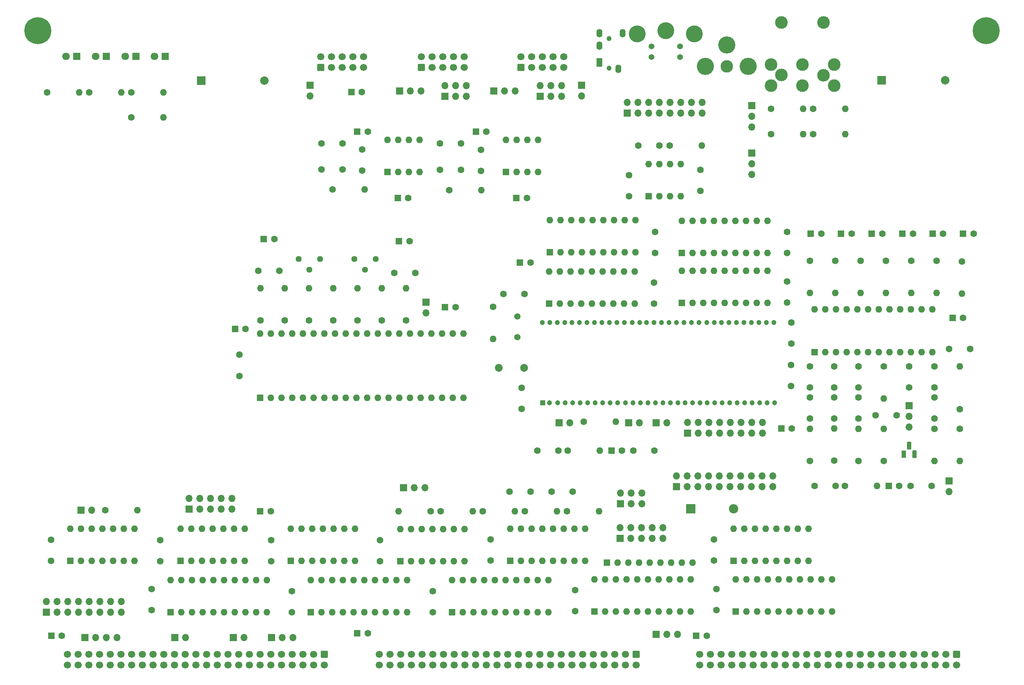
<source format=gbr>
%TF.GenerationSoftware,KiCad,Pcbnew,(6.0.11)*%
%TF.CreationDate,2024-04-17T16:28:09-04:00*%
%TF.ProjectId,input-output.Media,696e7075-742d-46f7-9574-7075742e4d65,rev?*%
%TF.SameCoordinates,Original*%
%TF.FileFunction,Soldermask,Bot*%
%TF.FilePolarity,Negative*%
%FSLAX46Y46*%
G04 Gerber Fmt 4.6, Leading zero omitted, Abs format (unit mm)*
G04 Created by KiCad (PCBNEW (6.0.11)) date 2024-04-17 16:28:09*
%MOMM*%
%LPD*%
G01*
G04 APERTURE LIST*
G04 Aperture macros list*
%AMRoundRect*
0 Rectangle with rounded corners*
0 $1 Rounding radius*
0 $2 $3 $4 $5 $6 $7 $8 $9 X,Y pos of 4 corners*
0 Add a 4 corners polygon primitive as box body*
4,1,4,$2,$3,$4,$5,$6,$7,$8,$9,$2,$3,0*
0 Add four circle primitives for the rounded corners*
1,1,$1+$1,$2,$3*
1,1,$1+$1,$4,$5*
1,1,$1+$1,$6,$7*
1,1,$1+$1,$8,$9*
0 Add four rect primitives between the rounded corners*
20,1,$1+$1,$2,$3,$4,$5,0*
20,1,$1+$1,$4,$5,$6,$7,0*
20,1,$1+$1,$6,$7,$8,$9,0*
20,1,$1+$1,$8,$9,$2,$3,0*%
G04 Aperture macros list end*
%ADD10C,6.400000*%
%ADD11RoundRect,0.250000X-0.600000X0.600000X-0.600000X-0.600000X0.600000X-0.600000X0.600000X0.600000X0*%
%ADD12C,1.700000*%
%ADD13R,1.100000X1.800000*%
%ADD14RoundRect,0.275000X-0.275000X-0.625000X0.275000X-0.625000X0.275000X0.625000X-0.275000X0.625000X0*%
%ADD15C,1.200000*%
%ADD16O,1.400000X2.000000*%
%ADD17R,1.400000X2.000000*%
%ADD18R,1.600000X1.600000*%
%ADD19C,1.600000*%
%ADD20R,1.700000X1.700000*%
%ADD21O,1.700000X1.700000*%
%ADD22O,1.600000X1.600000*%
%ADD23R,2.000000X2.000000*%
%ADD24C,2.000000*%
%ADD25R,1.800000X1.800000*%
%ADD26C,1.800000*%
%ADD27C,1.371600*%
%ADD28C,4.000500*%
%ADD29C,1.500000*%
%ADD30RoundRect,0.250000X0.600000X-0.600000X0.600000X0.600000X-0.600000X0.600000X-0.600000X-0.600000X0*%
%ADD31C,1.854200*%
%ADD32R,1.173480X1.173480*%
%ADD33C,1.198880*%
%ADD34C,1.440000*%
%ADD35C,3.000000*%
%ADD36C,2.971800*%
%ADD37C,4.064000*%
%ADD38R,2.200000X2.200000*%
%ADD39O,2.200000X2.200000*%
G04 APERTURE END LIST*
D10*
%TO.C,H2*%
X265000000Y-75000000D03*
%TD*%
%TO.C,H1*%
X40000000Y-75000000D03*
%TD*%
D11*
%TO.C,P2*%
X182000000Y-223000000D03*
D12*
X182000000Y-225540000D03*
X179460000Y-223000000D03*
X179460000Y-225540000D03*
X176920000Y-223000000D03*
X176920000Y-225540000D03*
X174380000Y-223000000D03*
X174380000Y-225540000D03*
X171840000Y-223000000D03*
X171840000Y-225540000D03*
X169300000Y-223000000D03*
X169300000Y-225540000D03*
X166760000Y-223000000D03*
X166760000Y-225540000D03*
X164220000Y-223000000D03*
X164220000Y-225540000D03*
X161680000Y-223000000D03*
X161680000Y-225540000D03*
X159140000Y-223000000D03*
X159140000Y-225540000D03*
X156600000Y-223000000D03*
X156600000Y-225540000D03*
X154060000Y-223000000D03*
X154060000Y-225540000D03*
X151520000Y-223000000D03*
X151520000Y-225540000D03*
X148980000Y-223000000D03*
X148980000Y-225540000D03*
X146440000Y-223000000D03*
X146440000Y-225540000D03*
X143900000Y-223000000D03*
X143900000Y-225540000D03*
X141360000Y-223000000D03*
X141360000Y-225540000D03*
X138820000Y-223000000D03*
X138820000Y-225540000D03*
X136280000Y-223000000D03*
X136280000Y-225540000D03*
X133740000Y-223000000D03*
X133740000Y-225540000D03*
X131200000Y-223000000D03*
X131200000Y-225540000D03*
X128660000Y-223000000D03*
X128660000Y-225540000D03*
X126120000Y-223000000D03*
X126120000Y-225540000D03*
X123580000Y-223000000D03*
X123580000Y-225540000D03*
X121040000Y-223000000D03*
X121040000Y-225540000D03*
%TD*%
D11*
%TO.C,P3*%
X258000000Y-223000000D03*
D12*
X258000000Y-225540000D03*
X255460000Y-223000000D03*
X255460000Y-225540000D03*
X252920000Y-223000000D03*
X252920000Y-225540000D03*
X250380000Y-223000000D03*
X250380000Y-225540000D03*
X247840000Y-223000000D03*
X247840000Y-225540000D03*
X245300000Y-223000000D03*
X245300000Y-225540000D03*
X242760000Y-223000000D03*
X242760000Y-225540000D03*
X240220000Y-223000000D03*
X240220000Y-225540000D03*
X237680000Y-223000000D03*
X237680000Y-225540000D03*
X235140000Y-223000000D03*
X235140000Y-225540000D03*
X232600000Y-223000000D03*
X232600000Y-225540000D03*
X230060000Y-223000000D03*
X230060000Y-225540000D03*
X227520000Y-223000000D03*
X227520000Y-225540000D03*
X224980000Y-223000000D03*
X224980000Y-225540000D03*
X222440000Y-223000000D03*
X222440000Y-225540000D03*
X219900000Y-223000000D03*
X219900000Y-225540000D03*
X217360000Y-223000000D03*
X217360000Y-225540000D03*
X214820000Y-223000000D03*
X214820000Y-225540000D03*
X212280000Y-223000000D03*
X212280000Y-225540000D03*
X209740000Y-223000000D03*
X209740000Y-225540000D03*
X207200000Y-223000000D03*
X207200000Y-225540000D03*
X204660000Y-223000000D03*
X204660000Y-225540000D03*
X202120000Y-223000000D03*
X202120000Y-225540000D03*
X199580000Y-223000000D03*
X199580000Y-225540000D03*
X197040000Y-223000000D03*
X197040000Y-225540000D03*
%TD*%
D11*
%TO.C,P1*%
X108000000Y-223000000D03*
D12*
X108000000Y-225540000D03*
X105460000Y-223000000D03*
X105460000Y-225540000D03*
X102920000Y-223000000D03*
X102920000Y-225540000D03*
X100380000Y-223000000D03*
X100380000Y-225540000D03*
X97840000Y-223000000D03*
X97840000Y-225540000D03*
X95300000Y-223000000D03*
X95300000Y-225540000D03*
X92760000Y-223000000D03*
X92760000Y-225540000D03*
X90220000Y-223000000D03*
X90220000Y-225540000D03*
X87680000Y-223000000D03*
X87680000Y-225540000D03*
X85140000Y-223000000D03*
X85140000Y-225540000D03*
X82600000Y-223000000D03*
X82600000Y-225540000D03*
X80060000Y-223000000D03*
X80060000Y-225540000D03*
X77520000Y-223000000D03*
X77520000Y-225540000D03*
X74980000Y-223000000D03*
X74980000Y-225540000D03*
X72440000Y-223000000D03*
X72440000Y-225540000D03*
X69900000Y-223000000D03*
X69900000Y-225540000D03*
X67360000Y-223000000D03*
X67360000Y-225540000D03*
X64820000Y-223000000D03*
X64820000Y-225540000D03*
X62280000Y-223000000D03*
X62280000Y-225540000D03*
X59740000Y-223000000D03*
X59740000Y-225540000D03*
X57200000Y-223000000D03*
X57200000Y-225540000D03*
X54660000Y-223000000D03*
X54660000Y-225540000D03*
X52120000Y-223000000D03*
X52120000Y-225540000D03*
X49580000Y-223000000D03*
X49580000Y-225540000D03*
X47040000Y-223000000D03*
X47040000Y-225540000D03*
%TD*%
D13*
%TO.C,Q1*%
X245480000Y-175510000D03*
D14*
X246750000Y-173440000D03*
X248020000Y-175510000D03*
%TD*%
D15*
%TO.C,J12*%
X175517500Y-76845000D03*
D16*
X178717500Y-75545000D03*
D15*
X175517500Y-83845000D03*
D16*
X173217500Y-78545000D03*
X173217500Y-75545000D03*
X177717500Y-84045000D03*
D17*
X173217500Y-82545000D03*
%TD*%
D18*
%TO.C,C60*%
X252317600Y-123170000D03*
D19*
X254817600Y-123170000D03*
%TD*%
%TO.C,C34*%
X145110000Y-108230000D03*
X145110000Y-103230000D03*
%TD*%
%TO.C,C43*%
X223250000Y-159670000D03*
X223250000Y-154670000D03*
%TD*%
D20*
%TO.C,SW1*%
X178125000Y-195475000D03*
D21*
X178125000Y-192935000D03*
X180665000Y-195475000D03*
X180665000Y-192935000D03*
X183205000Y-195475000D03*
X183205000Y-192935000D03*
X185745000Y-195475000D03*
X185745000Y-192935000D03*
X188285000Y-195475000D03*
X188285000Y-192935000D03*
%TD*%
D18*
%TO.C,U17*%
X152125000Y-200800000D03*
D22*
X154665000Y-200800000D03*
X157205000Y-200800000D03*
X159745000Y-200800000D03*
X162285000Y-200800000D03*
X164825000Y-200800000D03*
X167365000Y-200800000D03*
X169905000Y-200800000D03*
X169905000Y-193180000D03*
X167365000Y-193180000D03*
X164825000Y-193180000D03*
X162285000Y-193180000D03*
X159745000Y-193180000D03*
X157205000Y-193180000D03*
X154665000Y-193180000D03*
X152125000Y-193180000D03*
%TD*%
D18*
%TO.C,C59*%
X245135200Y-123170000D03*
D19*
X247635200Y-123170000D03*
%TD*%
D20*
%TO.C,JP9*%
X104580000Y-87970000D03*
D21*
X104580000Y-90510000D03*
%TD*%
D19*
%TO.C,C17*%
X158500000Y-174600000D03*
X163500000Y-174600000D03*
%TD*%
%TO.C,C5*%
X180250000Y-109250000D03*
X180250000Y-114250000D03*
%TD*%
D20*
%TO.C,JP4*%
X132100000Y-139425000D03*
D21*
X132100000Y-141965000D03*
%TD*%
D18*
%TO.C,C8*%
X176100000Y-174600000D03*
D19*
X178600000Y-174600000D03*
%TD*%
%TO.C,R17*%
X247250000Y-129610000D03*
D22*
X247250000Y-137230000D03*
%TD*%
D20*
%TO.C,JP2*%
X50275000Y-188750000D03*
D21*
X52815000Y-188750000D03*
%TD*%
D19*
%TO.C,R23*%
X148000000Y-140500000D03*
D22*
X148000000Y-148120000D03*
%TD*%
D19*
%TO.C,R30*%
X109900000Y-112700000D03*
D22*
X117520000Y-112700000D03*
%TD*%
D19*
%TO.C,C85*%
X161900000Y-184400000D03*
X166900000Y-184400000D03*
%TD*%
%TO.C,R16*%
X241250000Y-129610000D03*
D22*
X241250000Y-137230000D03*
%TD*%
D19*
%TO.C,C80*%
X97350000Y-131950000D03*
X92350000Y-131950000D03*
%TD*%
D23*
%TO.C,LS1*%
X78760000Y-86800000D03*
D24*
X93760000Y-86800000D03*
%TD*%
D18*
%TO.C,C61*%
X259567600Y-123170000D03*
D19*
X262067600Y-123170000D03*
%TD*%
%TO.C,R15*%
X235250000Y-129610000D03*
D22*
X235250000Y-137230000D03*
%TD*%
D19*
%TO.C,R22*%
X189940000Y-102250000D03*
D22*
X197560000Y-102250000D03*
%TD*%
D18*
%TO.C,U1*%
X104750000Y-213000000D03*
D22*
X107290000Y-213000000D03*
X109830000Y-213000000D03*
X112370000Y-213000000D03*
X114910000Y-213000000D03*
X117450000Y-213000000D03*
X119990000Y-213000000D03*
X122530000Y-213000000D03*
X125070000Y-213000000D03*
X127610000Y-213000000D03*
X127610000Y-205380000D03*
X125070000Y-205380000D03*
X122530000Y-205380000D03*
X119990000Y-205380000D03*
X117450000Y-205380000D03*
X114910000Y-205380000D03*
X112370000Y-205380000D03*
X109830000Y-205380000D03*
X107290000Y-205380000D03*
X104750000Y-205380000D03*
%TD*%
D20*
%TO.C,JP8*%
X186725000Y-218250000D03*
D21*
X189265000Y-218250000D03*
X191805000Y-218250000D03*
%TD*%
D18*
%TO.C,U4*%
X47675000Y-200800000D03*
D22*
X50215000Y-200800000D03*
X52755000Y-200800000D03*
X55295000Y-200800000D03*
X57835000Y-200800000D03*
X60375000Y-200800000D03*
X62915000Y-200800000D03*
X62915000Y-193180000D03*
X60375000Y-193180000D03*
X57835000Y-193180000D03*
X55295000Y-193180000D03*
X52755000Y-193180000D03*
X50215000Y-193180000D03*
X47675000Y-193180000D03*
%TD*%
D19*
%TO.C,L1*%
X258750000Y-164830000D03*
D22*
X258750000Y-154670000D03*
%TD*%
D20*
%TO.C,P8*%
X75925000Y-188540000D03*
D21*
X75925000Y-186000000D03*
X78465000Y-188540000D03*
X78465000Y-186000000D03*
X81005000Y-188540000D03*
X81005000Y-186000000D03*
X83545000Y-188540000D03*
X83545000Y-186000000D03*
X86085000Y-188540000D03*
X86085000Y-186000000D03*
%TD*%
D20*
%TO.C,J8*%
X148175000Y-89290000D03*
D21*
X150715000Y-89290000D03*
X153255000Y-89290000D03*
%TD*%
D19*
%TO.C,R3*%
X213940000Y-99500000D03*
D22*
X221560000Y-99500000D03*
%TD*%
D19*
%TO.C,C66*%
X217750000Y-139500000D03*
X217750000Y-134500000D03*
%TD*%
D18*
%TO.C,U7*%
X192850000Y-139550000D03*
D22*
X195390000Y-139550000D03*
X197930000Y-139550000D03*
X200470000Y-139550000D03*
X203010000Y-139550000D03*
X205550000Y-139550000D03*
X208090000Y-139550000D03*
X210630000Y-139550000D03*
X213170000Y-139550000D03*
X213170000Y-131930000D03*
X210630000Y-131930000D03*
X208090000Y-131930000D03*
X205550000Y-131930000D03*
X203010000Y-131930000D03*
X200470000Y-131930000D03*
X197930000Y-131930000D03*
X195390000Y-131930000D03*
X192850000Y-131930000D03*
%TD*%
D20*
%TO.C,JP6*%
X180225000Y-168000000D03*
D21*
X182765000Y-168000000D03*
%TD*%
D25*
%TO.C,D1*%
X49250000Y-81100000D03*
D26*
X46710000Y-81100000D03*
%TD*%
D19*
%TO.C,R2*%
X213940000Y-93500000D03*
D22*
X221560000Y-93500000D03*
%TD*%
D19*
%TO.C,C48*%
X252100000Y-183000000D03*
X247100000Y-183000000D03*
%TD*%
%TO.C,R5*%
X223250000Y-177060000D03*
D22*
X223250000Y-169440000D03*
%TD*%
D19*
%TO.C,R39*%
X135590000Y-189000000D03*
D22*
X143210000Y-189000000D03*
%TD*%
D20*
%TO.C,P13*%
X178225000Y-187275000D03*
D21*
X178225000Y-184735000D03*
X180765000Y-187275000D03*
X180765000Y-184735000D03*
X183305000Y-187275000D03*
X183305000Y-184735000D03*
%TD*%
D18*
%TO.C,U5*%
X224275000Y-151270000D03*
D22*
X226815000Y-151270000D03*
X229355000Y-151270000D03*
X231895000Y-151270000D03*
X234435000Y-151270000D03*
X236975000Y-151270000D03*
X239515000Y-151270000D03*
X242055000Y-151270000D03*
X244595000Y-151270000D03*
X247135000Y-151270000D03*
X249675000Y-151270000D03*
X252215000Y-151270000D03*
X252215000Y-141110000D03*
X249675000Y-141110000D03*
X247135000Y-141110000D03*
X244595000Y-141110000D03*
X242055000Y-141110000D03*
X239515000Y-141110000D03*
X236975000Y-141110000D03*
X234435000Y-141110000D03*
X231895000Y-141110000D03*
X229355000Y-141110000D03*
X226815000Y-141110000D03*
X224275000Y-141110000D03*
%TD*%
D19*
%TO.C,R24*%
X55990000Y-188750000D03*
D22*
X63610000Y-188750000D03*
%TD*%
D27*
%TO.C,J14*%
X185600000Y-78750000D03*
X192400000Y-78750000D03*
X185600000Y-81250000D03*
X192400000Y-81250000D03*
D28*
X195750000Y-75750000D03*
X182250000Y-75750000D03*
X189000000Y-74950000D03*
%TD*%
D19*
%TO.C,R38*%
X110100000Y-143700000D03*
D22*
X110100000Y-136080000D03*
%TD*%
D19*
%TO.C,R41*%
X145590000Y-189000000D03*
D22*
X153210000Y-189000000D03*
%TD*%
D19*
%TO.C,C79*%
X95400000Y-195900000D03*
X95400000Y-200900000D03*
%TD*%
D18*
%TO.C,C57*%
X230612900Y-123170000D03*
D19*
X233112900Y-123170000D03*
%TD*%
%TO.C,C15*%
X67000000Y-207500000D03*
X67000000Y-212500000D03*
%TD*%
%TO.C,C30*%
X186300200Y-174600000D03*
X181300200Y-174600000D03*
%TD*%
D18*
%TO.C,U20*%
X92725000Y-162075000D03*
D22*
X95265000Y-162075000D03*
X97805000Y-162075000D03*
X100345000Y-162075000D03*
X102885000Y-162075000D03*
X105425000Y-162075000D03*
X107965000Y-162075000D03*
X110505000Y-162075000D03*
X113045000Y-162075000D03*
X115585000Y-162075000D03*
X118125000Y-162075000D03*
X120665000Y-162075000D03*
X123205000Y-162075000D03*
X125745000Y-162075000D03*
X128285000Y-162075000D03*
X130825000Y-162075000D03*
X133365000Y-162075000D03*
X135905000Y-162075000D03*
X138445000Y-162075000D03*
X140985000Y-162075000D03*
X140985000Y-146835000D03*
X138445000Y-146835000D03*
X135905000Y-146835000D03*
X133365000Y-146835000D03*
X130825000Y-146835000D03*
X128285000Y-146835000D03*
X125745000Y-146835000D03*
X123205000Y-146835000D03*
X120665000Y-146835000D03*
X118125000Y-146835000D03*
X115585000Y-146835000D03*
X113045000Y-146835000D03*
X110505000Y-146835000D03*
X107965000Y-146835000D03*
X105425000Y-146835000D03*
X102885000Y-146835000D03*
X100345000Y-146835000D03*
X97805000Y-146835000D03*
X95265000Y-146835000D03*
X92725000Y-146835000D03*
%TD*%
D20*
%TO.C,J3*%
X126775000Y-183400000D03*
D21*
X129315000Y-183400000D03*
X131855000Y-183400000D03*
%TD*%
D19*
%TO.C,C2*%
X147400000Y-195700000D03*
X147400000Y-200700000D03*
%TD*%
%TO.C,C12*%
X69065000Y-195900000D03*
X69065000Y-200900000D03*
%TD*%
D18*
%TO.C,U11*%
X161470000Y-127600000D03*
D22*
X164010000Y-127600000D03*
X166550000Y-127600000D03*
X169090000Y-127600000D03*
X171630000Y-127600000D03*
X174170000Y-127600000D03*
X176710000Y-127600000D03*
X179250000Y-127600000D03*
X181790000Y-127600000D03*
X181790000Y-119980000D03*
X179250000Y-119980000D03*
X176710000Y-119980000D03*
X174170000Y-119980000D03*
X171630000Y-119980000D03*
X169090000Y-119980000D03*
X166550000Y-119980000D03*
X164010000Y-119980000D03*
X161470000Y-119980000D03*
%TD*%
D19*
%TO.C,R40*%
X165590000Y-189000000D03*
D22*
X173210000Y-189000000D03*
%TD*%
D19*
%TO.C,C49*%
X238750000Y-166250000D03*
X243750000Y-166250000D03*
%TD*%
%TO.C,C51*%
X252750000Y-154670000D03*
X252750000Y-159670000D03*
%TD*%
D20*
%TO.C,J4*%
X209400000Y-104000000D03*
D21*
X209400000Y-106540000D03*
X209400000Y-109080000D03*
%TD*%
D18*
%TO.C,C21*%
X216400000Y-169400000D03*
D19*
X218900000Y-169400000D03*
%TD*%
D20*
%TO.C,JP13*%
X72500000Y-219000000D03*
D21*
X75040000Y-219000000D03*
%TD*%
D29*
%TO.C,X1*%
X153750000Y-147700000D03*
X153750000Y-142820000D03*
%TD*%
D19*
%TO.C,C19*%
X87794900Y-151900000D03*
X87794900Y-156900000D03*
%TD*%
D18*
%TO.C,U10*%
X192850000Y-127750000D03*
D22*
X195390000Y-127750000D03*
X197930000Y-127750000D03*
X200470000Y-127750000D03*
X203010000Y-127750000D03*
X205550000Y-127750000D03*
X208090000Y-127750000D03*
X210630000Y-127750000D03*
X213170000Y-127750000D03*
X213170000Y-120130000D03*
X210630000Y-120130000D03*
X208090000Y-120130000D03*
X205550000Y-120130000D03*
X203010000Y-120130000D03*
X200470000Y-120130000D03*
X197930000Y-120130000D03*
X195390000Y-120130000D03*
X192850000Y-120130000D03*
%TD*%
D18*
%TO.C,U8*%
X161310000Y-139770000D03*
D22*
X163850000Y-139770000D03*
X166390000Y-139770000D03*
X168930000Y-139770000D03*
X171470000Y-139770000D03*
X174010000Y-139770000D03*
X176550000Y-139770000D03*
X179090000Y-139770000D03*
X181630000Y-139770000D03*
X181630000Y-132150000D03*
X179090000Y-132150000D03*
X176550000Y-132150000D03*
X174010000Y-132150000D03*
X171470000Y-132150000D03*
X168930000Y-132150000D03*
X166390000Y-132150000D03*
X163850000Y-132150000D03*
X161310000Y-132150000D03*
%TD*%
D18*
%TO.C,C56*%
X223385200Y-123170000D03*
D19*
X225885200Y-123170000D03*
%TD*%
%TO.C,C53*%
X155500000Y-137500000D03*
X150500000Y-137500000D03*
%TD*%
D18*
%TO.C,C36*%
X143949800Y-98980000D03*
D19*
X146449800Y-98980000D03*
%TD*%
D20*
%TO.C,P4*%
X51200000Y-219000000D03*
D21*
X53740000Y-219000000D03*
X56280000Y-219000000D03*
X58820000Y-219000000D03*
%TD*%
D19*
%TO.C,R19*%
X259250000Y-129750000D03*
D22*
X259250000Y-137370000D03*
%TD*%
D20*
%TO.C,J2*%
X209400000Y-92775000D03*
D21*
X209400000Y-95315000D03*
X209400000Y-97855000D03*
%TD*%
D19*
%TO.C,R6*%
X62190000Y-89620000D03*
D22*
X69810000Y-89620000D03*
%TD*%
D19*
%TO.C,C6*%
X167500000Y-207750000D03*
X167500000Y-212750000D03*
%TD*%
D18*
%TO.C,U14*%
X205575000Y-212800000D03*
D22*
X208115000Y-212800000D03*
X210655000Y-212800000D03*
X213195000Y-212800000D03*
X215735000Y-212800000D03*
X218275000Y-212800000D03*
X220815000Y-212800000D03*
X223355000Y-212800000D03*
X225895000Y-212800000D03*
X228435000Y-212800000D03*
X228435000Y-205180000D03*
X225895000Y-205180000D03*
X223355000Y-205180000D03*
X220815000Y-205180000D03*
X218275000Y-205180000D03*
X215735000Y-205180000D03*
X213195000Y-205180000D03*
X210655000Y-205180000D03*
X208115000Y-205180000D03*
X205575000Y-205180000D03*
%TD*%
D19*
%TO.C,R7*%
X252750000Y-169440000D03*
D22*
X252750000Y-177060000D03*
%TD*%
D19*
%TO.C,C9*%
X200400000Y-195700000D03*
X200400000Y-200700000D03*
%TD*%
%TO.C,R25*%
X62190000Y-95600000D03*
D22*
X69810000Y-95600000D03*
%TD*%
D19*
%TO.C,R12*%
X169500000Y-167750000D03*
D22*
X177120000Y-167750000D03*
%TD*%
D18*
%TO.C,C83*%
X125689800Y-124950000D03*
D19*
X128189800Y-124950000D03*
%TD*%
D18*
%TO.C,RN1*%
X175025000Y-201200000D03*
D22*
X177565000Y-201200000D03*
X180105000Y-201200000D03*
X182645000Y-201200000D03*
X185185000Y-201200000D03*
X187725000Y-201200000D03*
X190265000Y-201200000D03*
X192805000Y-201200000D03*
X195345000Y-201200000D03*
%TD*%
D19*
%TO.C,L3*%
X231540000Y-183000000D03*
D22*
X239160000Y-183000000D03*
%TD*%
D20*
%TO.C,P6*%
X194125000Y-170525000D03*
D21*
X194125000Y-167985000D03*
X196665000Y-170525000D03*
X196665000Y-167985000D03*
X199205000Y-170525000D03*
X199205000Y-167985000D03*
X201745000Y-170525000D03*
X201745000Y-167985000D03*
X204285000Y-170525000D03*
X204285000Y-167985000D03*
X206825000Y-170525000D03*
X206825000Y-167985000D03*
X209365000Y-170525000D03*
X209365000Y-167985000D03*
X211905000Y-170525000D03*
X211905000Y-167985000D03*
%TD*%
D30*
%TO.C,P11*%
X154670000Y-83742500D03*
D12*
X154670000Y-81202500D03*
X157210000Y-83742500D03*
X157210000Y-81202500D03*
X159750000Y-83742500D03*
X159750000Y-81202500D03*
X162290000Y-83742500D03*
X162290000Y-81202500D03*
X164830000Y-83742500D03*
X164830000Y-81202500D03*
%TD*%
D20*
%TO.C,JP5*%
X86425000Y-219000000D03*
D21*
X88965000Y-219000000D03*
%TD*%
D18*
%TO.C,U15*%
X71500000Y-213000000D03*
D22*
X74040000Y-213000000D03*
X76580000Y-213000000D03*
X79120000Y-213000000D03*
X81660000Y-213000000D03*
X84200000Y-213000000D03*
X86740000Y-213000000D03*
X89280000Y-213000000D03*
X91820000Y-213000000D03*
X94360000Y-213000000D03*
X94360000Y-205380000D03*
X91820000Y-205380000D03*
X89280000Y-205380000D03*
X86740000Y-205380000D03*
X84200000Y-205380000D03*
X81660000Y-205380000D03*
X79120000Y-205380000D03*
X76580000Y-205380000D03*
X74040000Y-205380000D03*
X71500000Y-205380000D03*
%TD*%
D19*
%TO.C,C14*%
X121200000Y-195900000D03*
X121200000Y-200900000D03*
%TD*%
D18*
%TO.C,C26*%
X196200000Y-218600000D03*
D19*
X198700000Y-218600000D03*
%TD*%
D20*
%TO.C,P5*%
X179875000Y-94525000D03*
D21*
X179875000Y-91985000D03*
X182415000Y-94525000D03*
X182415000Y-91985000D03*
X184955000Y-94525000D03*
X184955000Y-91985000D03*
X187495000Y-94525000D03*
X187495000Y-91985000D03*
X190035000Y-94525000D03*
X190035000Y-91985000D03*
X192575000Y-94525000D03*
X192575000Y-91985000D03*
X195115000Y-94525000D03*
X195115000Y-91985000D03*
X197655000Y-94525000D03*
X197655000Y-91985000D03*
%TD*%
D19*
%TO.C,C32*%
X107300000Y-101700000D03*
X112300000Y-101700000D03*
%TD*%
D20*
%TO.C,J11*%
X159175000Y-90565000D03*
D21*
X159175000Y-88025000D03*
X161715000Y-90565000D03*
X161715000Y-88025000D03*
X164255000Y-90565000D03*
X164255000Y-88025000D03*
%TD*%
D19*
%TO.C,C7*%
X218750000Y-154300000D03*
X218750000Y-159300000D03*
%TD*%
%TO.C,C40*%
X135374700Y-107965000D03*
X140374700Y-107965000D03*
%TD*%
%TO.C,R20*%
X223940000Y-93500000D03*
D22*
X231560000Y-93500000D03*
%TD*%
D18*
%TO.C,U2*%
X122942000Y-108500000D03*
D22*
X125482000Y-108500000D03*
X128022000Y-108500000D03*
X130562000Y-108500000D03*
X130562000Y-100880000D03*
X128022000Y-100880000D03*
X125482000Y-100880000D03*
X122942000Y-100880000D03*
%TD*%
D19*
%TO.C,R11*%
X240750000Y-154690000D03*
D22*
X240750000Y-162310000D03*
%TD*%
D19*
%TO.C,C31*%
X135374700Y-101715000D03*
X140374700Y-101715000D03*
%TD*%
%TO.C,C33*%
X116992000Y-108200000D03*
X116992000Y-103200000D03*
%TD*%
%TO.C,C84*%
X151900000Y-184400000D03*
X156900000Y-184400000D03*
%TD*%
D18*
%TO.C,C22*%
X92769300Y-189000000D03*
D19*
X95269300Y-189000000D03*
%TD*%
D25*
%TO.C,D2*%
X63250000Y-81100000D03*
D26*
X60710000Y-81100000D03*
%TD*%
D19*
%TO.C,C41*%
X223250000Y-162000000D03*
X223250000Y-167000000D03*
%TD*%
D18*
%TO.C,U3*%
X151100000Y-108515000D03*
D22*
X153640000Y-108515000D03*
X156180000Y-108515000D03*
X158720000Y-108515000D03*
X158720000Y-100895000D03*
X156180000Y-100895000D03*
X153640000Y-100895000D03*
X151100000Y-100895000D03*
%TD*%
D19*
%TO.C,R37*%
X137590000Y-112800000D03*
D22*
X145210000Y-112800000D03*
%TD*%
D18*
%TO.C,C82*%
X93599800Y-124450000D03*
D19*
X96099800Y-124450000D03*
%TD*%
D18*
%TO.C,C35*%
X115786900Y-98950000D03*
D19*
X118286900Y-98950000D03*
%TD*%
%TO.C,C81*%
X129600000Y-132450000D03*
X124600000Y-132450000D03*
%TD*%
%TO.C,C38*%
X107300000Y-107950000D03*
X112300000Y-107950000D03*
%TD*%
%TO.C,R18*%
X253250000Y-129610000D03*
D22*
X253250000Y-137230000D03*
%TD*%
D19*
%TO.C,R27*%
X234750000Y-177060000D03*
D22*
X234750000Y-169440000D03*
%TD*%
D20*
%TO.C,J1*%
X191575000Y-183175000D03*
D21*
X191575000Y-180635000D03*
X194115000Y-183175000D03*
X194115000Y-180635000D03*
X196655000Y-183175000D03*
X196655000Y-180635000D03*
X199195000Y-183175000D03*
X199195000Y-180635000D03*
X201735000Y-183175000D03*
X201735000Y-180635000D03*
X204275000Y-183175000D03*
X204275000Y-180635000D03*
X206815000Y-183175000D03*
X206815000Y-180635000D03*
X209355000Y-183175000D03*
X209355000Y-180635000D03*
X211895000Y-183175000D03*
X211895000Y-180635000D03*
X214435000Y-183175000D03*
X214435000Y-180635000D03*
%TD*%
D31*
%TO.C,C52*%
X155360100Y-155000000D03*
X149360097Y-155000000D03*
%TD*%
D19*
%TO.C,R10*%
X52190000Y-89620000D03*
D22*
X59810000Y-89620000D03*
%TD*%
D19*
%TO.C,R42*%
X155590000Y-189000000D03*
D22*
X163210000Y-189000000D03*
%TD*%
D25*
%TO.C,D4*%
X56250000Y-81100000D03*
D26*
X53710000Y-81100000D03*
%TD*%
D32*
%TO.C,U6*%
X159753060Y-163267400D03*
D33*
X161432000Y-163267400D03*
X163311600Y-163267400D03*
X165092140Y-163267400D03*
X166872680Y-163267400D03*
X168653220Y-163267400D03*
X170431220Y-163267400D03*
X172211760Y-163267400D03*
X173992300Y-163267400D03*
X175772840Y-163267400D03*
X177550840Y-163267400D03*
X179432980Y-163267400D03*
X181210980Y-163267400D03*
X182991520Y-163267400D03*
X184769520Y-163267400D03*
X186550060Y-163267400D03*
X188330600Y-163267400D03*
X190108600Y-163267400D03*
X191889140Y-163267400D03*
X193570620Y-163267400D03*
X195348620Y-163267400D03*
X197129160Y-163287720D03*
X198810640Y-163287720D03*
X200588640Y-163287720D03*
X202379340Y-163287720D03*
X204159880Y-163287720D03*
X205940420Y-163287720D03*
X207718420Y-163287720D03*
X209498960Y-163287720D03*
X211279500Y-163287720D03*
X213060040Y-163287720D03*
X214840580Y-163287720D03*
X214670400Y-144209780D03*
X212889860Y-144209780D03*
X211109320Y-144209780D03*
X209328780Y-144209780D03*
X207548240Y-144209780D03*
X205770240Y-144209780D03*
X203989700Y-144209780D03*
X202209160Y-144209780D03*
X200530220Y-144209780D03*
X198749680Y-144209780D03*
X196918340Y-144209780D03*
X195140340Y-144209780D03*
X193359800Y-144209780D03*
X191579260Y-144209780D03*
X189798720Y-144209780D03*
X188018180Y-144209780D03*
X186240180Y-144209780D03*
X184459640Y-144209780D03*
X182780700Y-144209780D03*
X181002700Y-144209780D03*
X179222160Y-144199620D03*
X177441620Y-144199620D03*
X175661080Y-144199620D03*
X173883080Y-144199620D03*
X172102540Y-144199620D03*
X170322000Y-144199620D03*
X168541460Y-144199620D03*
X166760920Y-144199620D03*
X165081980Y-144199620D03*
X163301440Y-144199620D03*
X161520900Y-144199620D03*
X159742900Y-144199620D03*
%TD*%
D20*
%TO.C,J10*%
X125830000Y-89295000D03*
D21*
X128370000Y-89295000D03*
X130910000Y-89295000D03*
%TD*%
D19*
%TO.C,C44*%
X229000000Y-159670000D03*
X229000000Y-154670000D03*
%TD*%
D20*
%TO.C,J7*%
X42000000Y-213000000D03*
D21*
X42000000Y-210460000D03*
X44540000Y-213000000D03*
X44540000Y-210460000D03*
X47080000Y-213000000D03*
X47080000Y-210460000D03*
X49620000Y-213000000D03*
X49620000Y-210460000D03*
X52160000Y-213000000D03*
X52160000Y-210460000D03*
X54700000Y-213000000D03*
X54700000Y-210460000D03*
X57240000Y-213000000D03*
X57240000Y-210460000D03*
X59780000Y-213000000D03*
X59780000Y-210460000D03*
%TD*%
D19*
%TO.C,R14*%
X229250000Y-129610000D03*
D22*
X229250000Y-137230000D03*
%TD*%
D19*
%TO.C,C18*%
X100250000Y-208000000D03*
X100250000Y-213000000D03*
%TD*%
D18*
%TO.C,C20*%
X136594900Y-140600000D03*
D19*
X139094900Y-140600000D03*
%TD*%
D20*
%TO.C,JP12*%
X256200000Y-181800000D03*
D21*
X256200000Y-184340000D03*
%TD*%
D18*
%TO.C,C25*%
X115800000Y-218000000D03*
D19*
X118300000Y-218000000D03*
%TD*%
D20*
%TO.C,JP3*%
X186725000Y-168000000D03*
D21*
X189265000Y-168000000D03*
%TD*%
D23*
%TO.C,LS2*%
X240260000Y-86750000D03*
D24*
X255260000Y-86750000D03*
%TD*%
D18*
%TO.C,U22*%
X73840000Y-200800000D03*
D22*
X76380000Y-200800000D03*
X78920000Y-200800000D03*
X81460000Y-200800000D03*
X84000000Y-200800000D03*
X86540000Y-200800000D03*
X89080000Y-200800000D03*
X89080000Y-193180000D03*
X86540000Y-193180000D03*
X84000000Y-193180000D03*
X81460000Y-193180000D03*
X78920000Y-193180000D03*
X76380000Y-193180000D03*
X73840000Y-193180000D03*
%TD*%
D18*
%TO.C,C54*%
X257044900Y-143170000D03*
D19*
X259544900Y-143170000D03*
%TD*%
%TO.C,C65*%
X186500000Y-127750000D03*
X186500000Y-122750000D03*
%TD*%
D34*
%TO.C,RV1*%
X101850000Y-129200000D03*
X104390000Y-131740000D03*
X106930000Y-129200000D03*
%TD*%
D25*
%TO.C,D3*%
X70250000Y-81100000D03*
D26*
X67710000Y-81100000D03*
%TD*%
D19*
%TO.C,C10*%
X201000000Y-207500000D03*
X201000000Y-212500000D03*
%TD*%
D18*
%TO.C,C42*%
X153525300Y-114700000D03*
D19*
X156025300Y-114700000D03*
%TD*%
D35*
%TO.C,J13*%
X213954500Y-83016200D03*
X221454500Y-83016200D03*
X228954500Y-83016200D03*
X216454500Y-85516200D03*
X226454500Y-85556200D03*
X221454500Y-88016200D03*
X213954500Y-88016200D03*
X228954500Y-88016200D03*
X216454500Y-73016200D03*
X226454500Y-73016200D03*
%TD*%
D18*
%TO.C,U16*%
X184950000Y-114300000D03*
D22*
X187490000Y-114300000D03*
X190030000Y-114300000D03*
X192570000Y-114300000D03*
X192570000Y-106680000D03*
X190030000Y-106680000D03*
X187490000Y-106680000D03*
X184950000Y-106680000D03*
%TD*%
D19*
%TO.C,C45*%
X234750000Y-159670000D03*
X234750000Y-154670000D03*
%TD*%
%TO.C,C1*%
X197250000Y-108000000D03*
X197250000Y-113000000D03*
%TD*%
%TO.C,R32*%
X98600000Y-143700000D03*
D22*
X98600000Y-136080000D03*
%TD*%
D19*
%TO.C,R26*%
X229000000Y-177000000D03*
D22*
X229000000Y-169380000D03*
%TD*%
D19*
%TO.C,R21*%
X223940000Y-99500000D03*
D22*
X231560000Y-99500000D03*
%TD*%
D18*
%TO.C,P7*%
X100000000Y-200800000D03*
D22*
X102540000Y-200800000D03*
X105080000Y-200800000D03*
X107620000Y-200800000D03*
X110160000Y-200800000D03*
X112700000Y-200800000D03*
X115240000Y-200800000D03*
X115240000Y-193180000D03*
X112700000Y-193180000D03*
X110160000Y-193180000D03*
X107620000Y-193180000D03*
X105080000Y-193180000D03*
X102540000Y-193180000D03*
X100000000Y-193180000D03*
%TD*%
D34*
%TO.C,RV2*%
X115060000Y-129200000D03*
X117600000Y-131740000D03*
X120140000Y-129200000D03*
%TD*%
D18*
%TO.C,C46*%
X125394700Y-114700000D03*
D19*
X127894700Y-114700000D03*
%TD*%
%TO.C,C63*%
X186250000Y-139750000D03*
X186250000Y-134750000D03*
%TD*%
%TO.C,C4*%
X187500000Y-102250000D03*
X182500000Y-102250000D03*
%TD*%
D20*
%TO.C,JP1*%
X246750000Y-163975000D03*
D21*
X246750000Y-166515000D03*
X246750000Y-169055000D03*
%TD*%
D19*
%TO.C,C50*%
X246750000Y-154670000D03*
X246750000Y-159670000D03*
%TD*%
D18*
%TO.C,C24*%
X86789800Y-145800000D03*
D19*
X89289800Y-145800000D03*
%TD*%
D20*
%TO.C,P10*%
X136555000Y-90570000D03*
D21*
X136555000Y-88030000D03*
X139095000Y-90570000D03*
X139095000Y-88030000D03*
X141635000Y-90570000D03*
X141635000Y-88030000D03*
%TD*%
D18*
%TO.C,C23*%
X154394900Y-130000000D03*
D19*
X156894900Y-130000000D03*
%TD*%
%TO.C,C16*%
X43110000Y-195800000D03*
X43110000Y-200800000D03*
%TD*%
%TO.C,R33*%
X121600000Y-143700000D03*
D22*
X121600000Y-136080000D03*
%TD*%
D20*
%TO.C,JP7*%
X163725000Y-168000000D03*
D21*
X166265000Y-168000000D03*
%TD*%
D36*
%TO.C,J15*%
X203500000Y-83469000D03*
D37*
X208580000Y-83469000D03*
X198420000Y-83469000D03*
X203500000Y-78389000D03*
%TD*%
D30*
%TO.C,P9*%
X107170000Y-83742500D03*
D12*
X107170000Y-81202500D03*
X109710000Y-83742500D03*
X109710000Y-81202500D03*
X112250000Y-83742500D03*
X112250000Y-81202500D03*
X114790000Y-83742500D03*
X114790000Y-81202500D03*
X117330000Y-83742500D03*
X117330000Y-81202500D03*
%TD*%
D18*
%TO.C,U24*%
X125975000Y-200900000D03*
D22*
X128515000Y-200900000D03*
X131055000Y-200900000D03*
X133595000Y-200900000D03*
X136135000Y-200900000D03*
X138675000Y-200900000D03*
X141215000Y-200900000D03*
X141215000Y-193280000D03*
X138675000Y-193280000D03*
X136135000Y-193280000D03*
X133595000Y-193280000D03*
X131055000Y-193280000D03*
X128515000Y-193280000D03*
X125975000Y-193280000D03*
%TD*%
D19*
%TO.C,R36*%
X115850000Y-143700000D03*
D22*
X115850000Y-136080000D03*
%TD*%
D18*
%TO.C,C28*%
X114372000Y-89545000D03*
D19*
X116872000Y-89545000D03*
%TD*%
%TO.C,L2*%
X165740200Y-174600000D03*
D22*
X173360200Y-174600000D03*
%TD*%
D18*
%TO.C,U9*%
X205125000Y-200800000D03*
D22*
X207665000Y-200800000D03*
X210205000Y-200800000D03*
X212745000Y-200800000D03*
X215285000Y-200800000D03*
X217825000Y-200800000D03*
X220365000Y-200800000D03*
X222905000Y-200800000D03*
X222905000Y-193180000D03*
X220365000Y-193180000D03*
X217825000Y-193180000D03*
X215285000Y-193180000D03*
X212745000Y-193180000D03*
X210205000Y-193180000D03*
X207665000Y-193180000D03*
X205125000Y-193180000D03*
%TD*%
D18*
%TO.C,C27*%
X43200000Y-218600000D03*
D19*
X45700000Y-218600000D03*
%TD*%
D18*
%TO.C,C58*%
X237885200Y-123170000D03*
D19*
X240385200Y-123170000D03*
%TD*%
%TO.C,R1*%
X42190000Y-89620000D03*
D22*
X49810000Y-89620000D03*
%TD*%
D19*
%TO.C,C39*%
X229000000Y-162000000D03*
X229000000Y-167000000D03*
%TD*%
D18*
%TO.C,U21*%
X172075000Y-212800000D03*
D22*
X174615000Y-212800000D03*
X177155000Y-212800000D03*
X179695000Y-212800000D03*
X182235000Y-212800000D03*
X184775000Y-212800000D03*
X187315000Y-212800000D03*
X189855000Y-212800000D03*
X192395000Y-212800000D03*
X194935000Y-212800000D03*
X194935000Y-205180000D03*
X192395000Y-205180000D03*
X189855000Y-205180000D03*
X187315000Y-205180000D03*
X184775000Y-205180000D03*
X182235000Y-205180000D03*
X179695000Y-205180000D03*
X177155000Y-205180000D03*
X174615000Y-205180000D03*
X172075000Y-205180000D03*
%TD*%
D38*
%TO.C,D5*%
X194900000Y-188400000D03*
D39*
X205060000Y-188400000D03*
%TD*%
D19*
%TO.C,C64*%
X217750000Y-127750000D03*
X217750000Y-122750000D03*
%TD*%
D30*
%TO.C,P12*%
X131000000Y-83742500D03*
D12*
X131000000Y-81202500D03*
X133540000Y-83742500D03*
X133540000Y-81202500D03*
X136080000Y-83742500D03*
X136080000Y-81202500D03*
X138620000Y-83742500D03*
X138620000Y-81202500D03*
X141160000Y-83742500D03*
X141160000Y-81202500D03*
%TD*%
D19*
%TO.C,R13*%
X223250000Y-129610000D03*
D22*
X223250000Y-137230000D03*
%TD*%
D19*
%TO.C,C62*%
X218800000Y-144250000D03*
X218800000Y-149250000D03*
%TD*%
%TO.C,C3*%
X133750000Y-208000000D03*
X133750000Y-213000000D03*
%TD*%
%TO.C,R9*%
X258750000Y-169440000D03*
D22*
X258750000Y-177060000D03*
%TD*%
D19*
%TO.C,C55*%
X256250000Y-150500000D03*
X261250000Y-150500000D03*
%TD*%
%TO.C,R35*%
X92850000Y-143700000D03*
D22*
X92850000Y-136080000D03*
%TD*%
D19*
%TO.C,R34*%
X127350000Y-143700000D03*
D22*
X127350000Y-136080000D03*
%TD*%
D20*
%TO.C,JP10*%
X169000000Y-87965000D03*
D21*
X169000000Y-90505000D03*
%TD*%
D19*
%TO.C,C29*%
X224300000Y-183000000D03*
X229300000Y-183000000D03*
%TD*%
D18*
%TO.C,C13*%
X241884700Y-183000000D03*
D19*
X244384700Y-183000000D03*
%TD*%
%TO.C,R4*%
X240750000Y-177060000D03*
D22*
X240750000Y-169440000D03*
%TD*%
D19*
%TO.C,R8*%
X133200000Y-189000000D03*
D22*
X125580000Y-189000000D03*
%TD*%
D19*
%TO.C,R31*%
X104350000Y-143700000D03*
D22*
X104350000Y-136080000D03*
%TD*%
D19*
%TO.C,C11*%
X154800000Y-159750000D03*
X154800000Y-164750000D03*
%TD*%
D18*
%TO.C,U13*%
X138250000Y-213000000D03*
D22*
X140790000Y-213000000D03*
X143330000Y-213000000D03*
X145870000Y-213000000D03*
X148410000Y-213000000D03*
X150950000Y-213000000D03*
X153490000Y-213000000D03*
X156030000Y-213000000D03*
X158570000Y-213000000D03*
X161110000Y-213000000D03*
X161110000Y-205380000D03*
X158570000Y-205380000D03*
X156030000Y-205380000D03*
X153490000Y-205380000D03*
X150950000Y-205380000D03*
X148410000Y-205380000D03*
X145870000Y-205380000D03*
X143330000Y-205380000D03*
X140790000Y-205380000D03*
X138250000Y-205380000D03*
%TD*%
D19*
%TO.C,C37*%
X234750000Y-162000000D03*
X234750000Y-167000000D03*
%TD*%
%TO.C,C47*%
X252750000Y-162000000D03*
X252750000Y-167000000D03*
%TD*%
D20*
%TO.C,J9*%
X95475000Y-219000000D03*
D21*
X98015000Y-219000000D03*
X100555000Y-219000000D03*
%TD*%
M02*

</source>
